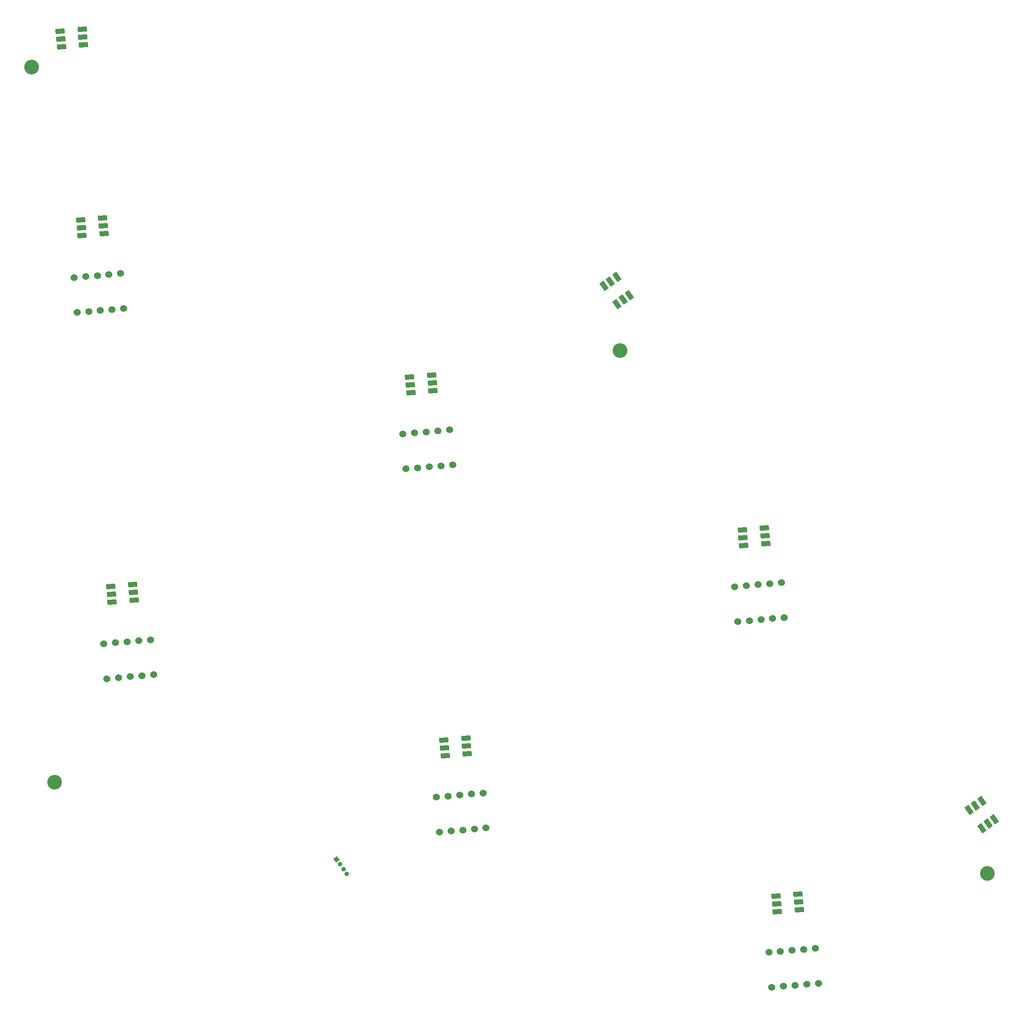
<source format=gbr>
%TF.GenerationSoftware,KiCad,Pcbnew,7.0.10-7.0.10~ubuntu22.04.1*%
%TF.CreationDate,2025-04-20T11:22:11+07:00*%
%TF.ProjectId,catan100,63617461-6e31-4303-902e-6b696361645f,rev?*%
%TF.SameCoordinates,Original*%
%TF.FileFunction,Soldermask,Top*%
%TF.FilePolarity,Negative*%
%FSLAX46Y46*%
G04 Gerber Fmt 4.6, Leading zero omitted, Abs format (unit mm)*
G04 Created by KiCad (PCBNEW 7.0.10-7.0.10~ubuntu22.04.1) date 2025-04-20 11:22:11*
%MOMM*%
%LPD*%
G01*
G04 APERTURE LIST*
G04 Aperture macros list*
%AMHorizOval*
0 Thick line with rounded ends*
0 $1 width*
0 $2 $3 position (X,Y) of the first rounded end (center of the circle)*
0 $4 $5 position (X,Y) of the second rounded end (center of the circle)*
0 Add line between two ends*
20,1,$1,$2,$3,$4,$5,0*
0 Add two circle primitives to create the rounded ends*
1,1,$1,$2,$3*
1,1,$1,$4,$5*%
%AMRotRect*
0 Rectangle, with rotation*
0 The origin of the aperture is its center*
0 $1 length*
0 $2 width*
0 $3 Rotation angle, in degrees counterclockwise*
0 Add horizontal line*
21,1,$1,$2,0,0,$3*%
G04 Aperture macros list end*
%ADD10RotRect,1.100000X2.000000X35.000000*%
%ADD11RotRect,1.100000X2.000000X95.000000*%
%ADD12C,1.524000*%
%ADD13C,3.200000*%
%ADD14RotRect,1.000000X1.000000X215.000000*%
%ADD15HorizOval,1.000000X0.000000X0.000000X0.000000X0.000000X0*%
G04 APERTURE END LIST*
D10*
%TO.C,D8*%
X189779375Y-79354955D03*
X188386817Y-80330035D03*
X186994258Y-81305115D03*
X189747425Y-85237045D03*
X191139983Y-84261965D03*
X192532542Y-83286885D03*
%TD*%
D11*
%TO.C,D7*%
X68885768Y-25998443D03*
X69033933Y-27691974D03*
X69182097Y-29385505D03*
X73963832Y-28967157D03*
X73815667Y-27273626D03*
X73667503Y-25580095D03*
%TD*%
%TO.C,D2*%
X79876465Y-146569948D03*
X80024630Y-148263479D03*
X80172794Y-149957010D03*
X84954529Y-149538662D03*
X84806364Y-147845131D03*
X84658200Y-146151600D03*
%TD*%
%TO.C,D6*%
X224308368Y-213755243D03*
X224456533Y-215448774D03*
X224604697Y-217142305D03*
X229386432Y-216723957D03*
X229238267Y-215030426D03*
X229090103Y-213336895D03*
%TD*%
D12*
%TO.C,U4*%
X143988394Y-121027453D03*
X146518729Y-120806077D03*
X149049063Y-120584702D03*
X151579398Y-120363326D03*
X154109732Y-120141951D03*
X153445606Y-112550947D03*
X150915271Y-112772323D03*
X148384937Y-112993698D03*
X145854602Y-113215074D03*
X143324268Y-113436449D03*
%TD*%
D11*
%TO.C,D1*%
X73356168Y-66994043D03*
X73504333Y-68687574D03*
X73652497Y-70381105D03*
X78434232Y-69962757D03*
X78286067Y-68269226D03*
X78137903Y-66575695D03*
%TD*%
D12*
%TO.C,U6*%
X216018588Y-154196306D03*
X218548923Y-153974930D03*
X221079257Y-153753555D03*
X223609592Y-153532179D03*
X226139926Y-153310804D03*
X225475800Y-145719800D03*
X222945465Y-145941176D03*
X220415131Y-146162551D03*
X217884796Y-146383927D03*
X215354462Y-146605302D03*
%TD*%
D13*
%TO.C,H1*%
X62738000Y-33756600D03*
%TD*%
%TO.C,H4*%
X270256000Y-208889600D03*
%TD*%
D12*
%TO.C,U7*%
X223435388Y-233596706D03*
X225965723Y-233375330D03*
X228496057Y-233153955D03*
X231026392Y-232932579D03*
X233556726Y-232711204D03*
X232892600Y-225120200D03*
X230362265Y-225341576D03*
X227831931Y-225562951D03*
X225301596Y-225784327D03*
X222771262Y-226005702D03*
%TD*%
%TO.C,U2*%
X72575123Y-87071330D03*
X75105458Y-86849954D03*
X77635792Y-86628579D03*
X80166127Y-86407203D03*
X82696461Y-86185828D03*
X82032335Y-78594824D03*
X79502000Y-78816200D03*
X76971666Y-79037575D03*
X74441331Y-79258951D03*
X71910997Y-79480326D03*
%TD*%
D11*
%TO.C,D3*%
X144780968Y-101080843D03*
X144929133Y-102774374D03*
X145077297Y-104467905D03*
X149859032Y-104049557D03*
X149710867Y-102356026D03*
X149562703Y-100662495D03*
%TD*%
%TO.C,D4*%
X152197768Y-179897043D03*
X152345933Y-181590574D03*
X152494097Y-183284105D03*
X157275832Y-182865757D03*
X157127667Y-181172226D03*
X156979503Y-179478695D03*
%TD*%
D12*
%TO.C,U5*%
X151252794Y-199894453D03*
X153783129Y-199673077D03*
X156313463Y-199451702D03*
X158843798Y-199230326D03*
X161374132Y-199008951D03*
X160710006Y-191417947D03*
X158179671Y-191639323D03*
X155649337Y-191860698D03*
X153119002Y-192082074D03*
X150588668Y-192303449D03*
%TD*%
D10*
%TO.C,D9*%
X269027375Y-193146955D03*
X267634817Y-194122035D03*
X266242258Y-195097115D03*
X268995425Y-199029045D03*
X270387983Y-198053965D03*
X271780542Y-197078885D03*
%TD*%
D11*
%TO.C,D5*%
X217019536Y-134278643D03*
X217167701Y-135972174D03*
X217315865Y-137665705D03*
X222097600Y-137247357D03*
X221949435Y-135553826D03*
X221801271Y-133860295D03*
%TD*%
D13*
%TO.C,H3*%
X190449200Y-95326200D03*
%TD*%
%TO.C,H2*%
X67716400Y-189026800D03*
%TD*%
D12*
%TO.C,U3*%
X79052123Y-166598730D03*
X81582458Y-166377354D03*
X84112792Y-166155979D03*
X86643127Y-165934603D03*
X89173461Y-165713228D03*
X88509335Y-158122224D03*
X85979000Y-158343600D03*
X83448666Y-158564975D03*
X80918331Y-158786351D03*
X78387997Y-159007726D03*
%TD*%
D14*
%TO.C,J1*%
X128938558Y-205842677D03*
D15*
X129667000Y-206883000D03*
X130395442Y-207923323D03*
X131123884Y-208963646D03*
%TD*%
M02*

</source>
